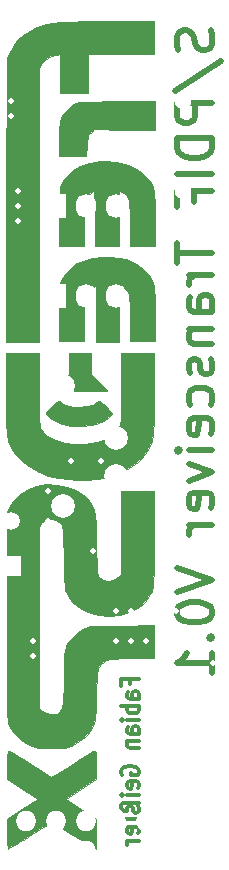
<source format=gbo>
G04 #@! TF.FileFunction,Legend,Bot*
%FSLAX46Y46*%
G04 Gerber Fmt 4.6, Leading zero omitted, Abs format (unit mm)*
G04 Created by KiCad (PCBNEW (2015-07-22 BZR 5980)-product) date Montag, 16. Mai 2016 'u14' 16:14:33*
%MOMM*%
G01*
G04 APERTURE LIST*
%ADD10C,0.100000*%
%ADD11C,0.300000*%
%ADD12C,0.500000*%
%ADD13C,0.500000*%
%ADD14C,6.500000*%
%ADD15C,1.501140*%
%ADD16C,1.699260*%
%ADD17R,1.699260X1.699260*%
%ADD18O,3.500000X5.000000*%
%ADD19O,5.000000X3.500000*%
%ADD20O,4.000000X2.500000*%
%ADD21R,2.032000X1.727200*%
%ADD22O,2.032000X1.727200*%
%ADD23R,1.727200X2.032000*%
%ADD24O,1.727200X2.032000*%
%ADD25C,1.998980*%
%ADD26R,1.727200X1.727200*%
%ADD27O,1.727200X1.727200*%
%ADD28C,1.397000*%
%ADD29O,2.300000X1.600000*%
%ADD30O,2.500000X1.800000*%
%ADD31C,4.000000*%
%ADD32R,2.032000X2.032000*%
%ADD33O,2.032000X2.032000*%
G04 APERTURE END LIST*
D10*
D11*
X124352857Y-131930000D02*
X124352857Y-131496667D01*
X125138571Y-131496667D02*
X123638571Y-131496667D01*
X123638571Y-132115714D01*
X125138571Y-133168096D02*
X124352857Y-133168096D01*
X124210000Y-133106191D01*
X124138571Y-132982381D01*
X124138571Y-132734762D01*
X124210000Y-132610953D01*
X125067143Y-133168096D02*
X125138571Y-133044286D01*
X125138571Y-132734762D01*
X125067143Y-132610953D01*
X124924286Y-132549048D01*
X124781429Y-132549048D01*
X124638571Y-132610953D01*
X124567143Y-132734762D01*
X124567143Y-133044286D01*
X124495714Y-133168096D01*
X125138571Y-133787143D02*
X123638571Y-133787143D01*
X124210000Y-133787143D02*
X124138571Y-133910952D01*
X124138571Y-134158571D01*
X124210000Y-134282381D01*
X124281429Y-134344286D01*
X124424286Y-134406190D01*
X124852857Y-134406190D01*
X124995714Y-134344286D01*
X125067143Y-134282381D01*
X125138571Y-134158571D01*
X125138571Y-133910952D01*
X125067143Y-133787143D01*
X125138571Y-134963333D02*
X124138571Y-134963333D01*
X123638571Y-134963333D02*
X123710000Y-134901428D01*
X123781429Y-134963333D01*
X123710000Y-135025238D01*
X123638571Y-134963333D01*
X123781429Y-134963333D01*
X125138571Y-136139524D02*
X124352857Y-136139524D01*
X124210000Y-136077619D01*
X124138571Y-135953809D01*
X124138571Y-135706190D01*
X124210000Y-135582381D01*
X125067143Y-136139524D02*
X125138571Y-136015714D01*
X125138571Y-135706190D01*
X125067143Y-135582381D01*
X124924286Y-135520476D01*
X124781429Y-135520476D01*
X124638571Y-135582381D01*
X124567143Y-135706190D01*
X124567143Y-136015714D01*
X124495714Y-136139524D01*
X124138571Y-136758571D02*
X125138571Y-136758571D01*
X124281429Y-136758571D02*
X124210000Y-136820476D01*
X124138571Y-136944285D01*
X124138571Y-137129999D01*
X124210000Y-137253809D01*
X124352857Y-137315714D01*
X125138571Y-137315714D01*
X123710000Y-139606189D02*
X123638571Y-139482380D01*
X123638571Y-139296665D01*
X123710000Y-139110951D01*
X123852857Y-138987142D01*
X123995714Y-138925237D01*
X124281429Y-138863332D01*
X124495714Y-138863332D01*
X124781429Y-138925237D01*
X124924286Y-138987142D01*
X125067143Y-139110951D01*
X125138571Y-139296665D01*
X125138571Y-139420475D01*
X125067143Y-139606189D01*
X124995714Y-139668094D01*
X124495714Y-139668094D01*
X124495714Y-139420475D01*
X125067143Y-140720475D02*
X125138571Y-140596665D01*
X125138571Y-140349046D01*
X125067143Y-140225237D01*
X124924286Y-140163332D01*
X124352857Y-140163332D01*
X124210000Y-140225237D01*
X124138571Y-140349046D01*
X124138571Y-140596665D01*
X124210000Y-140720475D01*
X124352857Y-140782380D01*
X124495714Y-140782380D01*
X124638571Y-140163332D01*
X125138571Y-141339523D02*
X124138571Y-141339523D01*
X123638571Y-141339523D02*
X123710000Y-141277618D01*
X123781429Y-141339523D01*
X123710000Y-141401428D01*
X123638571Y-141339523D01*
X123781429Y-141339523D01*
X125138571Y-141958571D02*
X123924286Y-141958571D01*
X123781429Y-142020476D01*
X123710000Y-142082380D01*
X123638571Y-142206190D01*
X123638571Y-142391904D01*
X123710000Y-142515714D01*
X123781429Y-142577618D01*
X123924286Y-142639523D01*
X124138571Y-142639523D01*
X124138571Y-142453809D01*
X124210000Y-142329999D01*
X124352857Y-142268095D01*
X124424286Y-142268095D01*
X124567143Y-142329999D01*
X124638571Y-142453809D01*
X124638571Y-142639523D01*
X124710000Y-142763333D01*
X124852857Y-142825237D01*
X124924286Y-142825237D01*
X125067143Y-142763333D01*
X125138571Y-142639523D01*
X125138571Y-142391904D01*
X125067143Y-142268095D01*
X125138571Y-143568095D02*
X125067143Y-143444286D01*
X124924286Y-143382381D01*
X123638571Y-143382381D01*
X125067143Y-144558571D02*
X125138571Y-144434761D01*
X125138571Y-144187142D01*
X125067143Y-144063333D01*
X124924286Y-144001428D01*
X124352857Y-144001428D01*
X124210000Y-144063333D01*
X124138571Y-144187142D01*
X124138571Y-144434761D01*
X124210000Y-144558571D01*
X124352857Y-144620476D01*
X124495714Y-144620476D01*
X124638571Y-144001428D01*
X125138571Y-145177619D02*
X124138571Y-145177619D01*
X124424286Y-145177619D02*
X124281429Y-145239524D01*
X124210000Y-145301428D01*
X124138571Y-145425238D01*
X124138571Y-145549047D01*
D12*
X131214286Y-76571429D02*
X131357143Y-77000000D01*
X131357143Y-77714286D01*
X131214286Y-78000000D01*
X131071429Y-78142857D01*
X130785714Y-78285714D01*
X130500000Y-78285714D01*
X130214286Y-78142857D01*
X130071429Y-78000000D01*
X129928571Y-77714286D01*
X129785714Y-77142857D01*
X129642857Y-76857143D01*
X129500000Y-76714286D01*
X129214286Y-76571429D01*
X128928571Y-76571429D01*
X128642857Y-76714286D01*
X128500000Y-76857143D01*
X128357143Y-77142857D01*
X128357143Y-77857143D01*
X128500000Y-78285714D01*
X128214286Y-81714286D02*
X132071429Y-79142857D01*
X131357143Y-82714286D02*
X128357143Y-82714286D01*
X128357143Y-83857143D01*
X128500000Y-84142857D01*
X128642857Y-84285714D01*
X128928571Y-84428571D01*
X129357143Y-84428571D01*
X129642857Y-84285714D01*
X129785714Y-84142857D01*
X129928571Y-83857143D01*
X129928571Y-82714286D01*
X131357143Y-85714286D02*
X128357143Y-85714286D01*
X128357143Y-86428571D01*
X128500000Y-86857143D01*
X128785714Y-87142857D01*
X129071429Y-87285714D01*
X129642857Y-87428571D01*
X130071429Y-87428571D01*
X130642857Y-87285714D01*
X130928571Y-87142857D01*
X131214286Y-86857143D01*
X131357143Y-86428571D01*
X131357143Y-85714286D01*
X131357143Y-88714286D02*
X128357143Y-88714286D01*
X129785714Y-91142857D02*
X129785714Y-90142857D01*
X131357143Y-90142857D02*
X128357143Y-90142857D01*
X128357143Y-91571428D01*
X128357143Y-94571428D02*
X128357143Y-96285714D01*
X131357143Y-95428571D02*
X128357143Y-95428571D01*
X131357143Y-97285714D02*
X129357143Y-97285714D01*
X129928571Y-97285714D02*
X129642857Y-97428571D01*
X129500000Y-97571428D01*
X129357143Y-97857142D01*
X129357143Y-98142857D01*
X131357143Y-100428571D02*
X129785714Y-100428571D01*
X129500000Y-100285714D01*
X129357143Y-100000000D01*
X129357143Y-99428571D01*
X129500000Y-99142857D01*
X131214286Y-100428571D02*
X131357143Y-100142857D01*
X131357143Y-99428571D01*
X131214286Y-99142857D01*
X130928571Y-99000000D01*
X130642857Y-99000000D01*
X130357143Y-99142857D01*
X130214286Y-99428571D01*
X130214286Y-100142857D01*
X130071429Y-100428571D01*
X129357143Y-101857143D02*
X131357143Y-101857143D01*
X129642857Y-101857143D02*
X129500000Y-102000000D01*
X129357143Y-102285714D01*
X129357143Y-102714286D01*
X129500000Y-103000000D01*
X129785714Y-103142857D01*
X131357143Y-103142857D01*
X131214286Y-104428572D02*
X131357143Y-104714286D01*
X131357143Y-105285714D01*
X131214286Y-105571429D01*
X130928571Y-105714286D01*
X130785714Y-105714286D01*
X130500000Y-105571429D01*
X130357143Y-105285714D01*
X130357143Y-104857143D01*
X130214286Y-104571429D01*
X129928571Y-104428572D01*
X129785714Y-104428572D01*
X129500000Y-104571429D01*
X129357143Y-104857143D01*
X129357143Y-105285714D01*
X129500000Y-105571429D01*
X131214286Y-108285714D02*
X131357143Y-108000000D01*
X131357143Y-107428571D01*
X131214286Y-107142857D01*
X131071429Y-107000000D01*
X130785714Y-106857143D01*
X129928571Y-106857143D01*
X129642857Y-107000000D01*
X129500000Y-107142857D01*
X129357143Y-107428571D01*
X129357143Y-108000000D01*
X129500000Y-108285714D01*
X131214286Y-110714286D02*
X131357143Y-110428572D01*
X131357143Y-109857143D01*
X131214286Y-109571429D01*
X130928571Y-109428572D01*
X129785714Y-109428572D01*
X129500000Y-109571429D01*
X129357143Y-109857143D01*
X129357143Y-110428572D01*
X129500000Y-110714286D01*
X129785714Y-110857143D01*
X130071429Y-110857143D01*
X130357143Y-109428572D01*
X131357143Y-112142858D02*
X129357143Y-112142858D01*
X128357143Y-112142858D02*
X128500000Y-112000001D01*
X128642857Y-112142858D01*
X128500000Y-112285715D01*
X128357143Y-112142858D01*
X128642857Y-112142858D01*
X129357143Y-113285714D02*
X131357143Y-114000000D01*
X129357143Y-114714286D01*
X131214286Y-117000000D02*
X131357143Y-116714286D01*
X131357143Y-116142857D01*
X131214286Y-115857143D01*
X130928571Y-115714286D01*
X129785714Y-115714286D01*
X129500000Y-115857143D01*
X129357143Y-116142857D01*
X129357143Y-116714286D01*
X129500000Y-117000000D01*
X129785714Y-117142857D01*
X130071429Y-117142857D01*
X130357143Y-115714286D01*
X131357143Y-118428572D02*
X129357143Y-118428572D01*
X129928571Y-118428572D02*
X129642857Y-118571429D01*
X129500000Y-118714286D01*
X129357143Y-119000000D01*
X129357143Y-119285715D01*
X128357143Y-122142857D02*
X131357143Y-123142857D01*
X128357143Y-124142857D01*
X128357143Y-125714286D02*
X128357143Y-126000001D01*
X128500000Y-126285715D01*
X128642857Y-126428572D01*
X128928571Y-126571429D01*
X129500000Y-126714286D01*
X130214286Y-126714286D01*
X130785714Y-126571429D01*
X131071429Y-126428572D01*
X131214286Y-126285715D01*
X131357143Y-126000001D01*
X131357143Y-125714286D01*
X131214286Y-125428572D01*
X131071429Y-125285715D01*
X130785714Y-125142858D01*
X130214286Y-125000001D01*
X129500000Y-125000001D01*
X128928571Y-125142858D01*
X128642857Y-125285715D01*
X128500000Y-125428572D01*
X128357143Y-125714286D01*
X131071429Y-128000001D02*
X131214286Y-128142858D01*
X131357143Y-128000001D01*
X131214286Y-127857144D01*
X131071429Y-128000001D01*
X131357143Y-128000001D01*
X131357143Y-131000000D02*
X131357143Y-129285715D01*
X131357143Y-130142857D02*
X128357143Y-130142857D01*
X128785714Y-129857143D01*
X129071429Y-129571429D01*
X129214286Y-129285715D01*
D10*
G36*
X120685718Y-87241600D02*
X120731316Y-86372852D01*
X120760517Y-85936099D01*
X120802844Y-85647633D01*
X120873707Y-85452553D01*
X120988516Y-85295960D01*
X121052151Y-85229852D01*
X121327389Y-84955600D01*
X123914894Y-84985841D01*
X126502400Y-85016082D01*
X126502400Y-83786761D01*
X126502400Y-82557439D01*
X123276600Y-82588119D01*
X122379406Y-82597169D01*
X121661734Y-82606502D01*
X121099913Y-82617783D01*
X120670269Y-82632675D01*
X120349131Y-82652841D01*
X120112824Y-82679945D01*
X119937677Y-82715651D01*
X119800017Y-82761621D01*
X119676172Y-82819520D01*
X119628827Y-82844451D01*
X119129987Y-83206990D01*
X118736131Y-83682985D01*
X118494688Y-84214120D01*
X118484973Y-84250852D01*
X118441611Y-84525846D01*
X118406232Y-84945876D01*
X118382585Y-85452822D01*
X118374399Y-85965790D01*
X118374400Y-87241600D01*
X119530059Y-87241600D01*
X120685718Y-87241600D01*
X120685718Y-87241600D01*
X120685718Y-87241600D01*
G37*
X120685718Y-87241600D02*
X120731316Y-86372852D01*
X120760517Y-85936099D01*
X120802844Y-85647633D01*
X120873707Y-85452553D01*
X120988516Y-85295960D01*
X121052151Y-85229852D01*
X121327389Y-84955600D01*
X123914894Y-84985841D01*
X126502400Y-85016082D01*
X126502400Y-83786761D01*
X126502400Y-82557439D01*
X123276600Y-82588119D01*
X122379406Y-82597169D01*
X121661734Y-82606502D01*
X121099913Y-82617783D01*
X120670269Y-82632675D01*
X120349131Y-82652841D01*
X120112824Y-82679945D01*
X119937677Y-82715651D01*
X119800017Y-82761621D01*
X119676172Y-82819520D01*
X119628827Y-82844451D01*
X119129987Y-83206990D01*
X118736131Y-83682985D01*
X118494688Y-84214120D01*
X118484973Y-84250852D01*
X118441611Y-84525846D01*
X118406232Y-84945876D01*
X118382585Y-85452822D01*
X118374399Y-85965790D01*
X118374400Y-87241600D01*
X119530059Y-87241600D01*
X120685718Y-87241600D01*
X120685718Y-87241600D01*
G36*
X126502400Y-94861600D02*
X126495323Y-92601000D01*
X126488759Y-91767673D01*
X126473907Y-91111756D01*
X126449288Y-90607571D01*
X126413422Y-90229443D01*
X126364828Y-89951693D01*
X126336592Y-89846630D01*
X126073078Y-89310631D01*
X125706453Y-88874376D01*
X125021318Y-88331411D01*
X124213944Y-87946518D01*
X123293203Y-87722525D01*
X122267967Y-87662264D01*
X121948839Y-87676046D01*
X120976902Y-87815579D01*
X120140843Y-88097769D01*
X119445659Y-88520062D01*
X118896346Y-89079905D01*
X118732177Y-89319610D01*
X118425200Y-89815804D01*
X118394833Y-92338702D01*
X118364467Y-94861600D01*
X119436233Y-94861600D01*
X120508000Y-94861600D01*
X120508000Y-92840124D01*
X120508000Y-90818649D01*
X120867135Y-90503324D01*
X121099850Y-90315960D01*
X121277426Y-90202999D01*
X121324335Y-90188000D01*
X121356674Y-90286869D01*
X121383318Y-90572682D01*
X121403588Y-91029244D01*
X121416803Y-91640358D01*
X121422285Y-92389831D01*
X121422400Y-92524800D01*
X121422400Y-94861600D01*
X122438400Y-94861600D01*
X123454400Y-94861600D01*
X123454400Y-92524800D01*
X123456909Y-91860160D01*
X123463946Y-91269037D01*
X123474777Y-90779793D01*
X123488667Y-90420790D01*
X123504881Y-90220390D01*
X123514923Y-90188000D01*
X123705348Y-90256899D01*
X123946543Y-90423449D01*
X124161346Y-90627428D01*
X124258542Y-90768372D01*
X124298891Y-90962256D01*
X124331224Y-91334634D01*
X124354289Y-91860911D01*
X124366835Y-92516492D01*
X124368800Y-92935980D01*
X124368800Y-94861600D01*
X125435600Y-94861600D01*
X126502400Y-94861600D01*
X126502400Y-94861600D01*
X126502400Y-94861600D01*
G37*
X126502400Y-94861600D02*
X126495323Y-92601000D01*
X126488759Y-91767673D01*
X126473907Y-91111756D01*
X126449288Y-90607571D01*
X126413422Y-90229443D01*
X126364828Y-89951693D01*
X126336592Y-89846630D01*
X126073078Y-89310631D01*
X125706453Y-88874376D01*
X125021318Y-88331411D01*
X124213944Y-87946518D01*
X123293203Y-87722525D01*
X122267967Y-87662264D01*
X121948839Y-87676046D01*
X120976902Y-87815579D01*
X120140843Y-88097769D01*
X119445659Y-88520062D01*
X118896346Y-89079905D01*
X118732177Y-89319610D01*
X118425200Y-89815804D01*
X118394833Y-92338702D01*
X118364467Y-94861600D01*
X119436233Y-94861600D01*
X120508000Y-94861600D01*
X120508000Y-92840124D01*
X120508000Y-90818649D01*
X120867135Y-90503324D01*
X121099850Y-90315960D01*
X121277426Y-90202999D01*
X121324335Y-90188000D01*
X121356674Y-90286869D01*
X121383318Y-90572682D01*
X121403588Y-91029244D01*
X121416803Y-91640358D01*
X121422285Y-92389831D01*
X121422400Y-92524800D01*
X121422400Y-94861600D01*
X122438400Y-94861600D01*
X123454400Y-94861600D01*
X123454400Y-92524800D01*
X123456909Y-91860160D01*
X123463946Y-91269037D01*
X123474777Y-90779793D01*
X123488667Y-90420790D01*
X123504881Y-90220390D01*
X123514923Y-90188000D01*
X123705348Y-90256899D01*
X123946543Y-90423449D01*
X124161346Y-90627428D01*
X124258542Y-90768372D01*
X124298891Y-90962256D01*
X124331224Y-91334634D01*
X124354289Y-91860911D01*
X124366835Y-92516492D01*
X124368800Y-92935980D01*
X124368800Y-94861600D01*
X125435600Y-94861600D01*
X126502400Y-94861600D01*
X126502400Y-94861600D01*
G36*
X123454400Y-102989600D02*
X123454400Y-100599390D01*
X123454400Y-98209181D01*
X123753032Y-98363610D01*
X123953980Y-98476869D01*
X124105739Y-98600127D01*
X124215192Y-98762059D01*
X124289220Y-98991342D01*
X124334704Y-99316652D01*
X124358529Y-99766665D01*
X124367574Y-100370057D01*
X124368800Y-100929406D01*
X124368800Y-102888000D01*
X125435600Y-102888000D01*
X126502400Y-102888000D01*
X126497940Y-100627400D01*
X126492045Y-99784208D01*
X126477312Y-99123036D01*
X126452594Y-98622850D01*
X126416748Y-98262616D01*
X126368628Y-98021300D01*
X126353535Y-97974230D01*
X126012137Y-97312987D01*
X125501337Y-96747988D01*
X124837716Y-96293624D01*
X124037857Y-95964287D01*
X124037541Y-95964192D01*
X123444660Y-95841133D01*
X122740885Y-95783371D01*
X121994335Y-95788996D01*
X121273131Y-95856098D01*
X120645392Y-95982765D01*
X120391455Y-96066430D01*
X119773353Y-96390101D01*
X119219866Y-96834358D01*
X118785193Y-97350841D01*
X118614744Y-97651728D01*
X118538554Y-97824087D01*
X118480574Y-97991228D01*
X118438307Y-98183106D01*
X118409261Y-98429674D01*
X118390939Y-98760886D01*
X118380847Y-99206697D01*
X118376492Y-99797060D01*
X118375392Y-100525800D01*
X118374400Y-102888000D01*
X119441200Y-102888000D01*
X120508000Y-102888000D01*
X120508000Y-100950920D01*
X120513522Y-100270801D01*
X120529164Y-99688014D01*
X120553537Y-99230779D01*
X120585252Y-98927317D01*
X120612997Y-98817652D01*
X120766578Y-98650505D01*
X121024008Y-98469296D01*
X121120997Y-98415866D01*
X121524000Y-98210270D01*
X121524000Y-100599935D01*
X121524000Y-102989600D01*
X122489200Y-102989600D01*
X123454400Y-102989600D01*
X123454400Y-102989600D01*
X123454400Y-102989600D01*
G37*
X123454400Y-102989600D02*
X123454400Y-100599390D01*
X123454400Y-98209181D01*
X123753032Y-98363610D01*
X123953980Y-98476869D01*
X124105739Y-98600127D01*
X124215192Y-98762059D01*
X124289220Y-98991342D01*
X124334704Y-99316652D01*
X124358529Y-99766665D01*
X124367574Y-100370057D01*
X124368800Y-100929406D01*
X124368800Y-102888000D01*
X125435600Y-102888000D01*
X126502400Y-102888000D01*
X126497940Y-100627400D01*
X126492045Y-99784208D01*
X126477312Y-99123036D01*
X126452594Y-98622850D01*
X126416748Y-98262616D01*
X126368628Y-98021300D01*
X126353535Y-97974230D01*
X126012137Y-97312987D01*
X125501337Y-96747988D01*
X124837716Y-96293624D01*
X124037857Y-95964287D01*
X124037541Y-95964192D01*
X123444660Y-95841133D01*
X122740885Y-95783371D01*
X121994335Y-95788996D01*
X121273131Y-95856098D01*
X120645392Y-95982765D01*
X120391455Y-96066430D01*
X119773353Y-96390101D01*
X119219866Y-96834358D01*
X118785193Y-97350841D01*
X118614744Y-97651728D01*
X118538554Y-97824087D01*
X118480574Y-97991228D01*
X118438307Y-98183106D01*
X118409261Y-98429674D01*
X118390939Y-98760886D01*
X118380847Y-99206697D01*
X118376492Y-99797060D01*
X118375392Y-100525800D01*
X118374400Y-102888000D01*
X119441200Y-102888000D01*
X120508000Y-102888000D01*
X120508000Y-100950920D01*
X120513522Y-100270801D01*
X120529164Y-99688014D01*
X120553537Y-99230779D01*
X120585252Y-98927317D01*
X120612997Y-98817652D01*
X120766578Y-98650505D01*
X121024008Y-98469296D01*
X121120997Y-98415866D01*
X121524000Y-98210270D01*
X121524000Y-100599935D01*
X121524000Y-102989600D01*
X122489200Y-102989600D01*
X123454400Y-102989600D01*
X123454400Y-102989600D01*
G36*
X116647200Y-102989600D02*
X116647200Y-91371424D01*
X116647200Y-79753249D01*
X116875800Y-79416862D01*
X117230610Y-79057837D01*
X117721021Y-78790339D01*
X118145800Y-78670163D01*
X118476000Y-78610680D01*
X118476000Y-80233740D01*
X118476000Y-81856800D01*
X119644400Y-81856800D01*
X120812800Y-81856800D01*
X120812800Y-80231200D01*
X120812800Y-78605600D01*
X123606800Y-78605600D01*
X126400800Y-78605600D01*
X126400800Y-77183200D01*
X126400800Y-75760800D01*
X123225800Y-75761668D01*
X121777521Y-75770202D01*
X120524878Y-75795202D01*
X119460946Y-75837042D01*
X118578800Y-75896093D01*
X117871514Y-75972729D01*
X117332163Y-76067320D01*
X117270557Y-76081799D01*
X116327004Y-76398308D01*
X115521641Y-76850757D01*
X114863959Y-77432140D01*
X114363446Y-78135450D01*
X114284993Y-78286154D01*
X113954800Y-78956815D01*
X113927377Y-90973207D01*
X113899955Y-102989600D01*
X115273577Y-102989600D01*
X116647200Y-102989600D01*
X116647200Y-102989600D01*
X116647200Y-102989600D01*
G37*
X116647200Y-102989600D02*
X116647200Y-91371424D01*
X116647200Y-79753249D01*
X116875800Y-79416862D01*
X117230610Y-79057837D01*
X117721021Y-78790339D01*
X118145800Y-78670163D01*
X118476000Y-78610680D01*
X118476000Y-80233740D01*
X118476000Y-81856800D01*
X119644400Y-81856800D01*
X120812800Y-81856800D01*
X120812800Y-80231200D01*
X120812800Y-78605600D01*
X123606800Y-78605600D01*
X126400800Y-78605600D01*
X126400800Y-77183200D01*
X126400800Y-75760800D01*
X123225800Y-75761668D01*
X121777521Y-75770202D01*
X120524878Y-75795202D01*
X119460946Y-75837042D01*
X118578800Y-75896093D01*
X117871514Y-75972729D01*
X117332163Y-76067320D01*
X117270557Y-76081799D01*
X116327004Y-76398308D01*
X115521641Y-76850757D01*
X114863959Y-77432140D01*
X114363446Y-78135450D01*
X114284993Y-78286154D01*
X113954800Y-78956815D01*
X113927377Y-90973207D01*
X113899955Y-102989600D01*
X115273577Y-102989600D01*
X116647200Y-102989600D01*
X116647200Y-102989600D01*
G36*
X119929248Y-114633499D02*
X120746426Y-114631811D01*
X121523342Y-114588026D01*
X122200111Y-114501562D01*
X122501445Y-114437279D01*
X123469764Y-114110372D01*
X124335299Y-113660513D01*
X125076236Y-113105100D01*
X125670762Y-112461534D01*
X126097063Y-111747214D01*
X126201762Y-111485772D01*
X126255465Y-111319608D01*
X126298599Y-111143323D01*
X126332309Y-110933488D01*
X126357739Y-110666673D01*
X126376035Y-110319450D01*
X126388341Y-109868390D01*
X126395801Y-109290063D01*
X126399561Y-108561040D01*
X126400764Y-107657893D01*
X126400800Y-107411738D01*
X126400800Y-103904000D01*
X125029200Y-103904000D01*
X123657600Y-103904000D01*
X123655928Y-106875800D01*
X123654958Y-107732103D01*
X123651990Y-108409973D01*
X123645326Y-108934178D01*
X123633271Y-109329484D01*
X123614126Y-109620659D01*
X123586196Y-109832470D01*
X123547783Y-109989683D01*
X123497191Y-110117066D01*
X123432722Y-110239385D01*
X123424482Y-110254000D01*
X123066264Y-110692158D01*
X122554022Y-111049497D01*
X121921721Y-111322341D01*
X121203324Y-111507013D01*
X120432795Y-111599838D01*
X119644097Y-111597138D01*
X118871196Y-111495239D01*
X118148054Y-111290462D01*
X117508634Y-110979134D01*
X117397549Y-110906351D01*
X117196282Y-110762212D01*
X117034647Y-110620555D01*
X116908303Y-110458259D01*
X116812905Y-110252200D01*
X116744111Y-109979255D01*
X116697579Y-109616301D01*
X116668965Y-109140217D01*
X116653926Y-108527879D01*
X116648120Y-107756165D01*
X116647199Y-106911245D01*
X116647200Y-103904000D01*
X115275600Y-103904000D01*
X113904000Y-103904000D01*
X113904000Y-107296897D01*
X113904843Y-108231029D01*
X113908190Y-108986485D01*
X113915267Y-109587787D01*
X113927302Y-110059455D01*
X113945520Y-110426011D01*
X113971147Y-110711975D01*
X114005411Y-110941868D01*
X114049537Y-111140211D01*
X114104752Y-111331525D01*
X114105993Y-111335497D01*
X114444646Y-112083225D01*
X114964658Y-112762723D01*
X115652355Y-113362784D01*
X116494062Y-113872198D01*
X117476103Y-114279757D01*
X117834973Y-114391818D01*
X118413638Y-114512919D01*
X119131691Y-114593674D01*
X119929248Y-114633499D01*
X119929248Y-114633499D01*
X119929248Y-114633499D01*
G37*
X119929248Y-114633499D02*
X120746426Y-114631811D01*
X121523342Y-114588026D01*
X122200111Y-114501562D01*
X122501445Y-114437279D01*
X123469764Y-114110372D01*
X124335299Y-113660513D01*
X125076236Y-113105100D01*
X125670762Y-112461534D01*
X126097063Y-111747214D01*
X126201762Y-111485772D01*
X126255465Y-111319608D01*
X126298599Y-111143323D01*
X126332309Y-110933488D01*
X126357739Y-110666673D01*
X126376035Y-110319450D01*
X126388341Y-109868390D01*
X126395801Y-109290063D01*
X126399561Y-108561040D01*
X126400764Y-107657893D01*
X126400800Y-107411738D01*
X126400800Y-103904000D01*
X125029200Y-103904000D01*
X123657600Y-103904000D01*
X123655928Y-106875800D01*
X123654958Y-107732103D01*
X123651990Y-108409973D01*
X123645326Y-108934178D01*
X123633271Y-109329484D01*
X123614126Y-109620659D01*
X123586196Y-109832470D01*
X123547783Y-109989683D01*
X123497191Y-110117066D01*
X123432722Y-110239385D01*
X123424482Y-110254000D01*
X123066264Y-110692158D01*
X122554022Y-111049497D01*
X121921721Y-111322341D01*
X121203324Y-111507013D01*
X120432795Y-111599838D01*
X119644097Y-111597138D01*
X118871196Y-111495239D01*
X118148054Y-111290462D01*
X117508634Y-110979134D01*
X117397549Y-110906351D01*
X117196282Y-110762212D01*
X117034647Y-110620555D01*
X116908303Y-110458259D01*
X116812905Y-110252200D01*
X116744111Y-109979255D01*
X116697579Y-109616301D01*
X116668965Y-109140217D01*
X116653926Y-108527879D01*
X116648120Y-107756165D01*
X116647199Y-106911245D01*
X116647200Y-103904000D01*
X115275600Y-103904000D01*
X113904000Y-103904000D01*
X113904000Y-107296897D01*
X113904843Y-108231029D01*
X113908190Y-108986485D01*
X113915267Y-109587787D01*
X113927302Y-110059455D01*
X113945520Y-110426011D01*
X113971147Y-110711975D01*
X114005411Y-110941868D01*
X114049537Y-111140211D01*
X114104752Y-111331525D01*
X114105993Y-111335497D01*
X114444646Y-112083225D01*
X114964658Y-112762723D01*
X115652355Y-113362784D01*
X116494062Y-113872198D01*
X117476103Y-114279757D01*
X117834973Y-114391818D01*
X118413638Y-114512919D01*
X119131691Y-114593674D01*
X119929248Y-114633499D01*
X119929248Y-114633499D01*
G36*
X117714000Y-137381200D02*
X118247285Y-137377546D01*
X118631961Y-137360844D01*
X118922570Y-137322479D01*
X119173653Y-137253840D01*
X119439754Y-137146311D01*
X119566606Y-137088640D01*
X120116448Y-136762546D01*
X120631286Y-136327423D01*
X121053979Y-135838256D01*
X121297169Y-135423249D01*
X121358023Y-135242798D01*
X121406462Y-134990385D01*
X121444889Y-134638669D01*
X121475707Y-134160312D01*
X121501321Y-133527974D01*
X121519686Y-132892673D01*
X121539502Y-132171436D01*
X121559183Y-131624306D01*
X121581936Y-131222216D01*
X121610966Y-130936102D01*
X121649479Y-130736897D01*
X121700681Y-130595536D01*
X121767777Y-130482953D01*
X121788620Y-130454273D01*
X121974300Y-130227043D01*
X122168065Y-130054871D01*
X122401198Y-129929515D01*
X122704981Y-129842736D01*
X123110696Y-129786291D01*
X123649625Y-129751941D01*
X124353051Y-129731445D01*
X124546600Y-129727730D01*
X126400800Y-129694261D01*
X126400800Y-128324670D01*
X126400800Y-126955080D01*
X123683000Y-126986540D01*
X120965200Y-127018000D01*
X120383616Y-127303592D01*
X120000093Y-127532564D01*
X119634653Y-127816503D01*
X119449330Y-128001237D01*
X119242848Y-128261017D01*
X119083308Y-128518825D01*
X118964802Y-128805209D01*
X118881426Y-129150719D01*
X118827271Y-129585903D01*
X118796433Y-130141310D01*
X118783004Y-130847488D01*
X118780800Y-131458962D01*
X118775057Y-132326595D01*
X118752722Y-133012252D01*
X118706129Y-133536961D01*
X118627614Y-133921750D01*
X118509513Y-134187646D01*
X118344163Y-134355679D01*
X118123898Y-134446874D01*
X117841056Y-134482262D01*
X117677674Y-134485600D01*
X117258588Y-134410293D01*
X116959795Y-134222568D01*
X116647200Y-133959536D01*
X116647199Y-126246968D01*
X116647291Y-124812706D01*
X116647805Y-123567813D01*
X116649106Y-122498459D01*
X116651553Y-121590813D01*
X116655511Y-120831044D01*
X116661339Y-120205323D01*
X116669401Y-119699817D01*
X116680058Y-119300697D01*
X116693672Y-118994132D01*
X116710606Y-118766291D01*
X116731220Y-118603344D01*
X116755878Y-118491459D01*
X116784940Y-118416807D01*
X116818769Y-118365557D01*
X116854457Y-118327142D01*
X117241526Y-118062810D01*
X117673814Y-117965230D01*
X118100160Y-118035311D01*
X118469404Y-118273960D01*
X118492795Y-118298069D01*
X118564552Y-118379932D01*
X118620713Y-118471301D01*
X118663765Y-118597330D01*
X118696197Y-118783175D01*
X118720497Y-119053990D01*
X118739155Y-119434930D01*
X118754659Y-119951149D01*
X118769496Y-120627802D01*
X118780800Y-121209376D01*
X118797125Y-122018788D01*
X118813081Y-122651878D01*
X118831093Y-123135504D01*
X118853585Y-123496526D01*
X118882982Y-123761801D01*
X118921710Y-123958188D01*
X118972193Y-124112547D01*
X119036856Y-124251734D01*
X119059347Y-124294481D01*
X119515471Y-124938026D01*
X120119453Y-125455709D01*
X120852277Y-125837612D01*
X121694925Y-126073815D01*
X122625254Y-126154400D01*
X123516971Y-126072280D01*
X124333148Y-125834978D01*
X125049462Y-125456074D01*
X125641588Y-124949153D01*
X126085203Y-124327796D01*
X126158424Y-124181455D01*
X126218608Y-124048957D01*
X126267806Y-123921148D01*
X126307132Y-123777036D01*
X126337698Y-123595628D01*
X126360617Y-123355931D01*
X126377001Y-123036955D01*
X126387963Y-122617707D01*
X126394614Y-122077193D01*
X126398068Y-121394423D01*
X126399437Y-120548403D01*
X126399807Y-119626600D01*
X126400800Y-115588000D01*
X125029200Y-115588000D01*
X123657600Y-115588000D01*
X123657600Y-119136625D01*
X123657600Y-122685251D01*
X123393292Y-122893155D01*
X122990530Y-123105380D01*
X122545517Y-123174720D01*
X122118262Y-123103554D01*
X121768772Y-122894264D01*
X121705168Y-122826201D01*
X121660275Y-122710470D01*
X121622503Y-122469901D01*
X121590797Y-122088396D01*
X121564097Y-121549857D01*
X121541347Y-120838184D01*
X121524000Y-120068532D01*
X121508064Y-119274825D01*
X121493056Y-118655929D01*
X121475994Y-118183494D01*
X121453897Y-117829169D01*
X121423783Y-117564604D01*
X121382669Y-117361447D01*
X121327574Y-117191348D01*
X121255517Y-117025957D01*
X121189727Y-116890349D01*
X120973481Y-116519017D01*
X120717120Y-116174678D01*
X120550976Y-116001160D01*
X119861490Y-115526064D01*
X119068475Y-115201589D01*
X118209804Y-115032425D01*
X117323348Y-115023259D01*
X116446978Y-115178780D01*
X115803471Y-115413433D01*
X115122916Y-115810088D01*
X114592499Y-116319421D01*
X114254154Y-116825604D01*
X113954800Y-117366000D01*
X113954800Y-126205200D01*
X113954865Y-127747488D01*
X113955267Y-129099809D01*
X113956309Y-130275399D01*
X113958299Y-131287490D01*
X113961541Y-132149316D01*
X113966343Y-132874111D01*
X113973008Y-133475108D01*
X113981845Y-133965542D01*
X113993157Y-134358647D01*
X114007251Y-134667656D01*
X114024433Y-134905802D01*
X114045009Y-135086320D01*
X114069284Y-135222444D01*
X114097564Y-135327407D01*
X114130156Y-135414443D01*
X114167364Y-135496786D01*
X114169624Y-135501600D01*
X114564516Y-136110710D01*
X115130916Y-136640924D01*
X115834400Y-137064907D01*
X116128846Y-137200168D01*
X116376426Y-137290169D01*
X116631651Y-137344082D01*
X116949036Y-137371082D01*
X117383095Y-137380342D01*
X117714000Y-137381200D01*
X117714000Y-137381200D01*
X117714000Y-137381200D01*
G37*
X117714000Y-137381200D02*
X118247285Y-137377546D01*
X118631961Y-137360844D01*
X118922570Y-137322479D01*
X119173653Y-137253840D01*
X119439754Y-137146311D01*
X119566606Y-137088640D01*
X120116448Y-136762546D01*
X120631286Y-136327423D01*
X121053979Y-135838256D01*
X121297169Y-135423249D01*
X121358023Y-135242798D01*
X121406462Y-134990385D01*
X121444889Y-134638669D01*
X121475707Y-134160312D01*
X121501321Y-133527974D01*
X121519686Y-132892673D01*
X121539502Y-132171436D01*
X121559183Y-131624306D01*
X121581936Y-131222216D01*
X121610966Y-130936102D01*
X121649479Y-130736897D01*
X121700681Y-130595536D01*
X121767777Y-130482953D01*
X121788620Y-130454273D01*
X121974300Y-130227043D01*
X122168065Y-130054871D01*
X122401198Y-129929515D01*
X122704981Y-129842736D01*
X123110696Y-129786291D01*
X123649625Y-129751941D01*
X124353051Y-129731445D01*
X124546600Y-129727730D01*
X126400800Y-129694261D01*
X126400800Y-128324670D01*
X126400800Y-126955080D01*
X123683000Y-126986540D01*
X120965200Y-127018000D01*
X120383616Y-127303592D01*
X120000093Y-127532564D01*
X119634653Y-127816503D01*
X119449330Y-128001237D01*
X119242848Y-128261017D01*
X119083308Y-128518825D01*
X118964802Y-128805209D01*
X118881426Y-129150719D01*
X118827271Y-129585903D01*
X118796433Y-130141310D01*
X118783004Y-130847488D01*
X118780800Y-131458962D01*
X118775057Y-132326595D01*
X118752722Y-133012252D01*
X118706129Y-133536961D01*
X118627614Y-133921750D01*
X118509513Y-134187646D01*
X118344163Y-134355679D01*
X118123898Y-134446874D01*
X117841056Y-134482262D01*
X117677674Y-134485600D01*
X117258588Y-134410293D01*
X116959795Y-134222568D01*
X116647200Y-133959536D01*
X116647199Y-126246968D01*
X116647291Y-124812706D01*
X116647805Y-123567813D01*
X116649106Y-122498459D01*
X116651553Y-121590813D01*
X116655511Y-120831044D01*
X116661339Y-120205323D01*
X116669401Y-119699817D01*
X116680058Y-119300697D01*
X116693672Y-118994132D01*
X116710606Y-118766291D01*
X116731220Y-118603344D01*
X116755878Y-118491459D01*
X116784940Y-118416807D01*
X116818769Y-118365557D01*
X116854457Y-118327142D01*
X117241526Y-118062810D01*
X117673814Y-117965230D01*
X118100160Y-118035311D01*
X118469404Y-118273960D01*
X118492795Y-118298069D01*
X118564552Y-118379932D01*
X118620713Y-118471301D01*
X118663765Y-118597330D01*
X118696197Y-118783175D01*
X118720497Y-119053990D01*
X118739155Y-119434930D01*
X118754659Y-119951149D01*
X118769496Y-120627802D01*
X118780800Y-121209376D01*
X118797125Y-122018788D01*
X118813081Y-122651878D01*
X118831093Y-123135504D01*
X118853585Y-123496526D01*
X118882982Y-123761801D01*
X118921710Y-123958188D01*
X118972193Y-124112547D01*
X119036856Y-124251734D01*
X119059347Y-124294481D01*
X119515471Y-124938026D01*
X120119453Y-125455709D01*
X120852277Y-125837612D01*
X121694925Y-126073815D01*
X122625254Y-126154400D01*
X123516971Y-126072280D01*
X124333148Y-125834978D01*
X125049462Y-125456074D01*
X125641588Y-124949153D01*
X126085203Y-124327796D01*
X126158424Y-124181455D01*
X126218608Y-124048957D01*
X126267806Y-123921148D01*
X126307132Y-123777036D01*
X126337698Y-123595628D01*
X126360617Y-123355931D01*
X126377001Y-123036955D01*
X126387963Y-122617707D01*
X126394614Y-122077193D01*
X126398068Y-121394423D01*
X126399437Y-120548403D01*
X126399807Y-119626600D01*
X126400800Y-115588000D01*
X125029200Y-115588000D01*
X123657600Y-115588000D01*
X123657600Y-119136625D01*
X123657600Y-122685251D01*
X123393292Y-122893155D01*
X122990530Y-123105380D01*
X122545517Y-123174720D01*
X122118262Y-123103554D01*
X121768772Y-122894264D01*
X121705168Y-122826201D01*
X121660275Y-122710470D01*
X121622503Y-122469901D01*
X121590797Y-122088396D01*
X121564097Y-121549857D01*
X121541347Y-120838184D01*
X121524000Y-120068532D01*
X121508064Y-119274825D01*
X121493056Y-118655929D01*
X121475994Y-118183494D01*
X121453897Y-117829169D01*
X121423783Y-117564604D01*
X121382669Y-117361447D01*
X121327574Y-117191348D01*
X121255517Y-117025957D01*
X121189727Y-116890349D01*
X120973481Y-116519017D01*
X120717120Y-116174678D01*
X120550976Y-116001160D01*
X119861490Y-115526064D01*
X119068475Y-115201589D01*
X118209804Y-115032425D01*
X117323348Y-115023259D01*
X116446978Y-115178780D01*
X115803471Y-115413433D01*
X115122916Y-115810088D01*
X114592499Y-116319421D01*
X114254154Y-116825604D01*
X113954800Y-117366000D01*
X113954800Y-126205200D01*
X113954865Y-127747488D01*
X113955267Y-129099809D01*
X113956309Y-130275399D01*
X113958299Y-131287490D01*
X113961541Y-132149316D01*
X113966343Y-132874111D01*
X113973008Y-133475108D01*
X113981845Y-133965542D01*
X113993157Y-134358647D01*
X114007251Y-134667656D01*
X114024433Y-134905802D01*
X114045009Y-135086320D01*
X114069284Y-135222444D01*
X114097564Y-135327407D01*
X114130156Y-135414443D01*
X114167364Y-135496786D01*
X114169624Y-135501600D01*
X114564516Y-136110710D01*
X115130916Y-136640924D01*
X115834400Y-137064907D01*
X116128846Y-137200168D01*
X116376426Y-137290169D01*
X116631651Y-137344082D01*
X116949036Y-137371082D01*
X117383095Y-137380342D01*
X117714000Y-137381200D01*
X117714000Y-137381200D01*
G36*
X120272075Y-110097708D02*
X121087036Y-110013660D01*
X121518059Y-109908085D01*
X121934394Y-109749031D01*
X122317637Y-109551106D01*
X122623698Y-109342698D01*
X122808489Y-109152199D01*
X122842813Y-109055029D01*
X122776113Y-108926068D01*
X122602140Y-108699501D01*
X122356921Y-108421787D01*
X122327593Y-108390587D01*
X122059432Y-108114799D01*
X121887057Y-107968770D01*
X121771143Y-107930486D01*
X121672364Y-107977932D01*
X121640061Y-108005712D01*
X121232639Y-108258302D01*
X120702429Y-108423926D01*
X120113237Y-108496080D01*
X119528866Y-108468261D01*
X119013121Y-108333964D01*
X118905296Y-108284481D01*
X118646829Y-108130623D01*
X118477449Y-107988797D01*
X118449329Y-107945316D01*
X118363032Y-107947519D01*
X118177923Y-108058823D01*
X117936905Y-108242703D01*
X117682882Y-108462636D01*
X117458759Y-108682096D01*
X117307438Y-108864558D01*
X117267759Y-108951203D01*
X117343071Y-109117253D01*
X117564417Y-109325245D01*
X117887772Y-109545231D01*
X118269114Y-109747260D01*
X118664418Y-109901384D01*
X118664502Y-109901409D01*
X119435013Y-110060222D01*
X120272075Y-110097708D01*
X120272075Y-110097708D01*
X120272075Y-110097708D01*
G37*
X120272075Y-110097708D02*
X121087036Y-110013660D01*
X121518059Y-109908085D01*
X121934394Y-109749031D01*
X122317637Y-109551106D01*
X122623698Y-109342698D01*
X122808489Y-109152199D01*
X122842813Y-109055029D01*
X122776113Y-108926068D01*
X122602140Y-108699501D01*
X122356921Y-108421787D01*
X122327593Y-108390587D01*
X122059432Y-108114799D01*
X121887057Y-107968770D01*
X121771143Y-107930486D01*
X121672364Y-107977932D01*
X121640061Y-108005712D01*
X121232639Y-108258302D01*
X120702429Y-108423926D01*
X120113237Y-108496080D01*
X119528866Y-108468261D01*
X119013121Y-108333964D01*
X118905296Y-108284481D01*
X118646829Y-108130623D01*
X118477449Y-107988797D01*
X118449329Y-107945316D01*
X118363032Y-107947519D01*
X118177923Y-108058823D01*
X117936905Y-108242703D01*
X117682882Y-108462636D01*
X117458759Y-108682096D01*
X117307438Y-108864558D01*
X117267759Y-108951203D01*
X117343071Y-109117253D01*
X117564417Y-109325245D01*
X117887772Y-109545231D01*
X118269114Y-109747260D01*
X118664418Y-109901384D01*
X118664502Y-109901409D01*
X119435013Y-110060222D01*
X120272075Y-110097708D01*
X120272075Y-110097708D01*
G36*
X120101600Y-107155200D02*
X120766236Y-107151919D01*
X121357356Y-107142718D01*
X121846599Y-107128557D01*
X122205603Y-107110395D01*
X122406006Y-107089195D01*
X122438400Y-107076064D01*
X122370700Y-106974169D01*
X122189323Y-106767405D01*
X121926848Y-106491966D01*
X121778000Y-106342400D01*
X121117600Y-105687870D01*
X121117600Y-104795935D01*
X121117600Y-103904000D01*
X120152400Y-103904000D01*
X119187200Y-103904000D01*
X119187200Y-104811955D01*
X119187200Y-105719910D01*
X118476000Y-106356664D01*
X118167083Y-106641323D01*
X117925922Y-106878923D01*
X117786206Y-107035471D01*
X117764800Y-107074308D01*
X117861670Y-107097315D01*
X118133372Y-107117778D01*
X118551546Y-107134714D01*
X119087829Y-107147141D01*
X119713860Y-107154078D01*
X120101600Y-107155200D01*
X120101600Y-107155200D01*
X120101600Y-107155200D01*
G37*
X120101600Y-107155200D02*
X120766236Y-107151919D01*
X121357356Y-107142718D01*
X121846599Y-107128557D01*
X122205603Y-107110395D01*
X122406006Y-107089195D01*
X122438400Y-107076064D01*
X122370700Y-106974169D01*
X122189323Y-106767405D01*
X121926848Y-106491966D01*
X121778000Y-106342400D01*
X121117600Y-105687870D01*
X121117600Y-104795935D01*
X121117600Y-103904000D01*
X120152400Y-103904000D01*
X119187200Y-103904000D01*
X119187200Y-104811955D01*
X119187200Y-105719910D01*
X118476000Y-106356664D01*
X118167083Y-106641323D01*
X117925922Y-106878923D01*
X117786206Y-107035471D01*
X117764800Y-107074308D01*
X117861670Y-107097315D01*
X118133372Y-107117778D01*
X118551546Y-107134714D01*
X119087829Y-107147141D01*
X119713860Y-107154078D01*
X120101600Y-107155200D01*
X120101600Y-107155200D01*
G36*
X121482109Y-145864800D02*
X121497933Y-145769681D01*
X121510592Y-145510233D01*
X121518858Y-145125316D01*
X121521503Y-144653791D01*
X121521449Y-144620200D01*
X121518898Y-143375600D01*
X120242226Y-142530871D01*
X118965554Y-141686143D01*
X120244777Y-140816068D01*
X121524000Y-139945994D01*
X121524000Y-138728926D01*
X121519965Y-138203733D01*
X121505635Y-137853614D01*
X121477672Y-137650561D01*
X121432738Y-137566568D01*
X121385294Y-137565086D01*
X121256495Y-137635804D01*
X120988933Y-137797369D01*
X120614365Y-138030115D01*
X120164545Y-138314375D01*
X119828508Y-138529231D01*
X119326599Y-138849147D01*
X118859898Y-139142056D01*
X118465815Y-139384818D01*
X118181760Y-139554292D01*
X118077942Y-139612086D01*
X117745456Y-139784021D01*
X116046604Y-138713588D01*
X115514002Y-138380066D01*
X115032081Y-138082166D01*
X114630206Y-137837731D01*
X114337742Y-137664601D01*
X114184055Y-137580617D01*
X114176676Y-137577508D01*
X114104107Y-137567312D01*
X114055404Y-137623558D01*
X114025907Y-137777426D01*
X114010958Y-138060096D01*
X114005899Y-138502751D01*
X114005599Y-138722471D01*
X114005599Y-139933083D01*
X115285953Y-140808860D01*
X116566306Y-141684637D01*
X115288503Y-142530118D01*
X114010701Y-143375600D01*
X114008150Y-144620200D01*
X114010657Y-145096118D01*
X114019352Y-145488023D01*
X114032892Y-145757054D01*
X114049934Y-145864349D01*
X114051163Y-145864800D01*
X114147341Y-145813949D01*
X114390333Y-145671798D01*
X114754146Y-145453950D01*
X115212788Y-145176005D01*
X115740264Y-144853565D01*
X115924581Y-144740317D01*
X116557892Y-144354315D01*
X117042537Y-144068505D01*
X117399981Y-143871963D01*
X117651686Y-143753768D01*
X117819117Y-143702995D01*
X117923737Y-143708723D01*
X117938533Y-143715429D01*
X118080867Y-143798578D01*
X118365402Y-143970260D01*
X118761665Y-144211894D01*
X119239185Y-144504894D01*
X119767488Y-144830679D01*
X119782424Y-144839912D01*
X120299397Y-145158231D01*
X120754941Y-145436276D01*
X121121807Y-145657619D01*
X121372746Y-145805827D01*
X121480508Y-145864469D01*
X121482109Y-145864800D01*
X121482109Y-145864800D01*
X121482109Y-145864800D01*
G37*
X121482109Y-145864800D02*
X121497933Y-145769681D01*
X121510592Y-145510233D01*
X121518858Y-145125316D01*
X121521503Y-144653791D01*
X121521449Y-144620200D01*
X121518898Y-143375600D01*
X120242226Y-142530871D01*
X118965554Y-141686143D01*
X120244777Y-140816068D01*
X121524000Y-139945994D01*
X121524000Y-138728926D01*
X121519965Y-138203733D01*
X121505635Y-137853614D01*
X121477672Y-137650561D01*
X121432738Y-137566568D01*
X121385294Y-137565086D01*
X121256495Y-137635804D01*
X120988933Y-137797369D01*
X120614365Y-138030115D01*
X120164545Y-138314375D01*
X119828508Y-138529231D01*
X119326599Y-138849147D01*
X118859898Y-139142056D01*
X118465815Y-139384818D01*
X118181760Y-139554292D01*
X118077942Y-139612086D01*
X117745456Y-139784021D01*
X116046604Y-138713588D01*
X115514002Y-138380066D01*
X115032081Y-138082166D01*
X114630206Y-137837731D01*
X114337742Y-137664601D01*
X114184055Y-137580617D01*
X114176676Y-137577508D01*
X114104107Y-137567312D01*
X114055404Y-137623558D01*
X114025907Y-137777426D01*
X114010958Y-138060096D01*
X114005899Y-138502751D01*
X114005599Y-138722471D01*
X114005599Y-139933083D01*
X115285953Y-140808860D01*
X116566306Y-141684637D01*
X115288503Y-142530118D01*
X114010701Y-143375600D01*
X114008150Y-144620200D01*
X114010657Y-145096118D01*
X114019352Y-145488023D01*
X114032892Y-145757054D01*
X114049934Y-145864349D01*
X114051163Y-145864800D01*
X114147341Y-145813949D01*
X114390333Y-145671798D01*
X114754146Y-145453950D01*
X115212788Y-145176005D01*
X115740264Y-144853565D01*
X115924581Y-144740317D01*
X116557892Y-144354315D01*
X117042537Y-144068505D01*
X117399981Y-143871963D01*
X117651686Y-143753768D01*
X117819117Y-143702995D01*
X117923737Y-143708723D01*
X117938533Y-143715429D01*
X118080867Y-143798578D01*
X118365402Y-143970260D01*
X118761665Y-144211894D01*
X119239185Y-144504894D01*
X119767488Y-144830679D01*
X119782424Y-144839912D01*
X120299397Y-145158231D01*
X120754941Y-145436276D01*
X121121807Y-145657619D01*
X121372746Y-145805827D01*
X121480508Y-145864469D01*
X121482109Y-145864800D01*
X121482109Y-145864800D01*
%LPC*%
D13*
X113030000Y-74930000D03*
X114300000Y-74930000D03*
X114300000Y-76200000D03*
X113030000Y-76200000D03*
D14*
X105000000Y-75000000D03*
X145000000Y-75000000D03*
X145000000Y-145000000D03*
D13*
X119380000Y-113030000D03*
X117475000Y-118110000D03*
X121920000Y-113030000D03*
X117475000Y-115570000D03*
X121285000Y-120650000D03*
X121920000Y-121285000D03*
X116205000Y-128270000D03*
X116205000Y-129540000D03*
X106680000Y-86360000D03*
X105410000Y-86360000D03*
X114300000Y-82550000D03*
X114300000Y-83820000D03*
X114935000Y-90170000D03*
X114935000Y-91440000D03*
X114935000Y-92710000D03*
X127000000Y-128270000D03*
X125730000Y-128270000D03*
X124460000Y-128270000D03*
X123190000Y-128270000D03*
X108585000Y-127000000D03*
X108585000Y-129540000D03*
X108585000Y-132080000D03*
X131445000Y-130175000D03*
X130810000Y-130810000D03*
X123190000Y-125730000D03*
X124460000Y-125730000D03*
X125730000Y-125730000D03*
X127000000Y-125730000D03*
X128270000Y-125730000D03*
D14*
X105000000Y-145000000D03*
D15*
X104140000Y-138430000D03*
X106680000Y-138430000D03*
D16*
X104140000Y-121920000D03*
D17*
X114300000Y-121920000D03*
D18*
X147580000Y-87500000D03*
D19*
X142500000Y-92580000D03*
X142500000Y-82420000D03*
D20*
X142500000Y-87500000D03*
D18*
X147580000Y-132500000D03*
D19*
X142500000Y-137580000D03*
X142500000Y-127420000D03*
D20*
X142500000Y-132500000D03*
D21*
X134620000Y-93980000D03*
D22*
X134620000Y-96520000D03*
X134620000Y-99060000D03*
D21*
X134620000Y-125730000D03*
D22*
X134620000Y-123190000D03*
X134620000Y-120650000D03*
D23*
X106680000Y-91440000D03*
D24*
X109220000Y-91440000D03*
X111760000Y-91440000D03*
D23*
X118110000Y-91440000D03*
D24*
X120650000Y-91440000D03*
X123190000Y-91440000D03*
D23*
X118110000Y-99060000D03*
D24*
X120650000Y-99060000D03*
X123190000Y-99060000D03*
D23*
X106680000Y-83820000D03*
D24*
X109220000Y-83820000D03*
X111760000Y-83820000D03*
D23*
X106680000Y-99060000D03*
D24*
X109220000Y-99060000D03*
X111760000Y-99060000D03*
D15*
X114300000Y-118110000D03*
X111760000Y-118110000D03*
D25*
X118745000Y-106680000D03*
X118745000Y-116840000D03*
D26*
X130810000Y-143510000D03*
D27*
X130810000Y-146050000D03*
X128270000Y-143510000D03*
X128270000Y-146050000D03*
X125730000Y-143510000D03*
X125730000Y-146050000D03*
X123190000Y-143510000D03*
X123190000Y-146050000D03*
X120650000Y-143510000D03*
X120650000Y-146050000D03*
X118110000Y-143510000D03*
X118110000Y-146050000D03*
X115570000Y-143510000D03*
X115570000Y-146050000D03*
X113030000Y-143510000D03*
X113030000Y-146050000D03*
D28*
X128905000Y-82550000D03*
X133985000Y-82550000D03*
X128905000Y-90170000D03*
X133985000Y-90170000D03*
D29*
X104140000Y-125730000D03*
X104140000Y-128270000D03*
X104140000Y-130810000D03*
X104140000Y-133350000D03*
X111760000Y-133350000D03*
X111760000Y-130810000D03*
X111760000Y-128270000D03*
X111760000Y-125730000D03*
D30*
X142500000Y-99960000D03*
X142500000Y-102500000D03*
X142500000Y-105040000D03*
D31*
X146310000Y-106310000D03*
X146310000Y-98690000D03*
D30*
X142500000Y-114960000D03*
X142500000Y-117500000D03*
X142500000Y-120040000D03*
D31*
X146310000Y-121310000D03*
X146310000Y-113690000D03*
D32*
X138430000Y-96520000D03*
D33*
X138430000Y-93980000D03*
D32*
X138430000Y-123190000D03*
D33*
X138430000Y-125730000D03*
D15*
X105410000Y-114300000D03*
X107950000Y-114300000D03*
D25*
X123190000Y-111125000D03*
X133350000Y-111125000D03*
X123190000Y-114300000D03*
X133350000Y-114300000D03*
M02*

</source>
